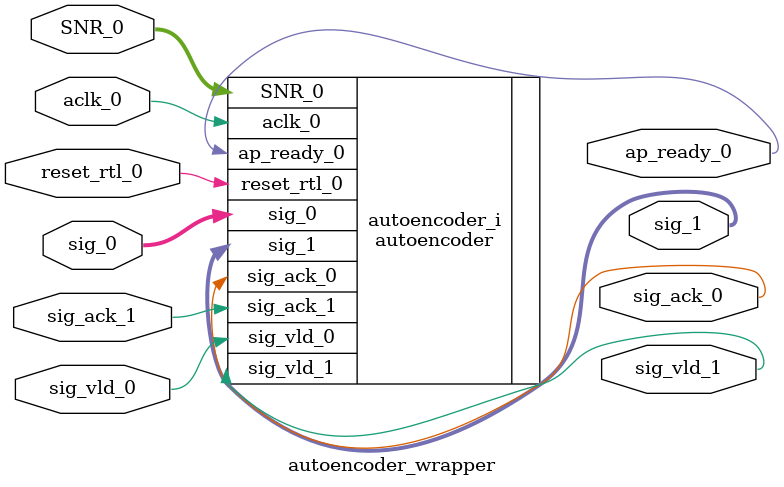
<source format=v>
`timescale 1 ps / 1 ps

module autoencoder_wrapper
   (SNR_0,
    aclk_0,
    ap_ready_0,
    reset_rtl_0,
    sig_0,
    sig_1,
    sig_ack_0,
    sig_ack_1,
    sig_vld_0,
    sig_vld_1);
  input [3:0]SNR_0;
  input aclk_0;
  output ap_ready_0;
  input reset_rtl_0;
  input [3:0]sig_0;
  output [3:0]sig_1;
  output sig_ack_0;
  input sig_ack_1;
  input sig_vld_0;
  output sig_vld_1;

  wire [3:0]SNR_0;
  wire aclk_0;
  wire ap_ready_0;
  wire reset_rtl_0;
  wire [3:0]sig_0;
  wire [3:0]sig_1;
  wire sig_ack_0;
  wire sig_ack_1;
  wire sig_vld_0;
  wire sig_vld_1;

  autoencoder autoencoder_i
       (.SNR_0(SNR_0),
        .aclk_0(aclk_0),
        .ap_ready_0(ap_ready_0),
        .reset_rtl_0(reset_rtl_0),
        .sig_0(sig_0),
        .sig_1(sig_1),
        .sig_ack_0(sig_ack_0),
        .sig_ack_1(sig_ack_1),
        .sig_vld_0(sig_vld_0),
        .sig_vld_1(sig_vld_1));
endmodule

</source>
